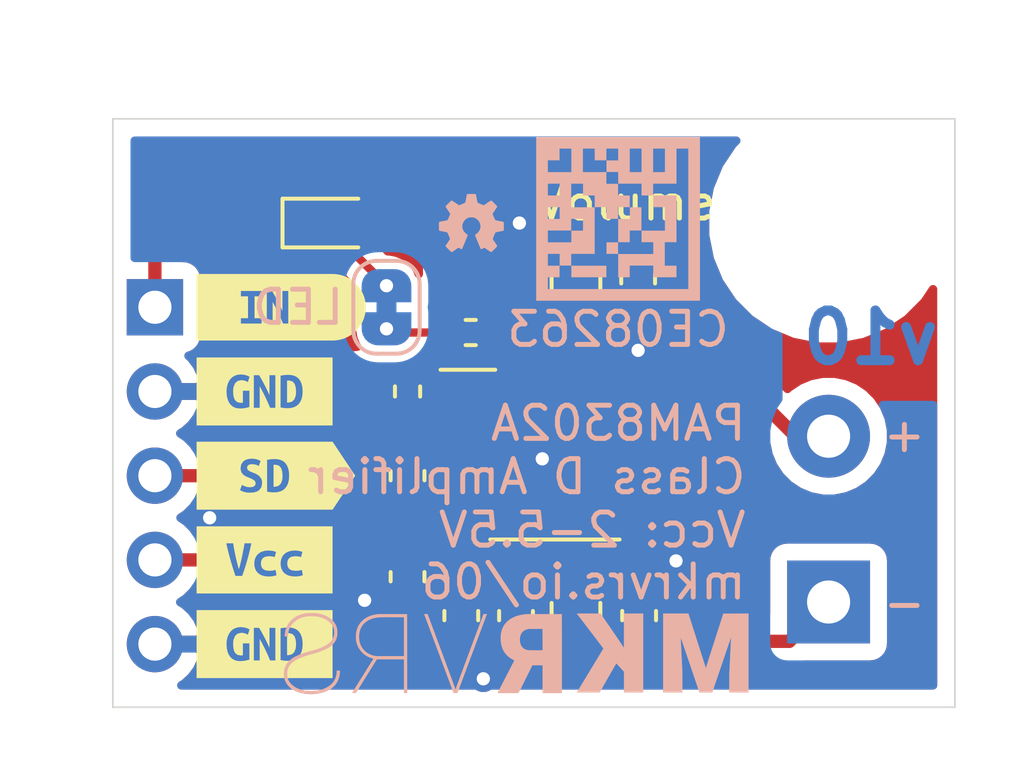
<source format=kicad_pcb>
(kicad_pcb (version 20211014) (generator pcbnew)
  (layers (0 "F.Cu" signal) (31 "B.Cu" signal) (34 "B.Paste" user) (35 "F.Paste" user) (36 "B.SilkS" user "B.Silkscreen") (37 "F.SilkS" user "F.Silkscreen") (38 "B.Mask" user) (39 "F.Mask" user) (44 "Edge.Cuts" user))
  (net 0 "")
  (net 1 "GND")
  (net 2 "VCC")
  (net 3 "Net-(C3-Pad1)")
  (net 4 "Net-(C4-Pad2)")
  (net 5 "Net-(C4-Pad1)")
  (net 6 "/\\SD")
  (net 7 "Net-(C6-Pad1)")
  (net 8 "Net-(C7-Pad2)")
  (net 9 "Net-(FB1-Pad2)")
  (net 10 "Net-(FB2-Pad2)")
  (net 12 "/IN")
  (net 13 "Net-(D1-Pad2)")
  (net 14 "Net-(JP1-Pad1)")
  (footprint "Resistor_SMD:R_0805_2012Metric" (layer "F.Cu") (at 24.765 -29.942 -90)
    (fp_text reference "FB2")
    (fp_text value "Ferrite_Bead")
    (pad "1" smd roundrect locked (at -0.9125 0 270) (size 1.025 1.4) (layers "F.Cu" "F.Paste" "F.Mask") (roundrect_rratio 0.2439014634) (net 8 "Net-(C7-Pad2)"))
    (pad "2" smd roundrect locked (at 0.9125 0 270) (size 1.025 1.4) (layers "F.Cu" "F.Paste" "F.Mask") (roundrect_rratio 0.2439014634) (net 10 "Net-(FB2-Pad2)"))
  )
  (footprint "Fiducial:Fiducial_1mm_Mask2mm" (layer "F.Cu") (at 29.845 -22.86)
    (fp_text reference "FID1")
    (fp_text value "Fiducial")
    (pad "" smd circle locked (at 0 0) (size 1 1) (layers "F.Cu" "F.Mask") (clearance 0.5))
  )
  (footprint "Capacitor_SMD:C_0603_1608Metric" (layer "F.Cu") (at 26.64 -30.069 90)
    (fp_text reference "C7")
    (fp_text value "1nF")
    (pad "1" smd roundrect locked (at -0.775 0 90) (size 0.9 0.95) (layers "F.Cu" "F.Paste" "F.Mask") (net 1 "GND"))
    (pad "2" smd roundrect locked (at 0.775 0 90) (size 0.9 0.95) (layers "F.Cu" "F.Paste" "F.Mask") (net 8 "Net-(C7-Pad2)"))
  )
  (footprint "Capacitor_SMD:C_0603_1608Metric" (layer "F.Cu") (at 26.67 -19.909 90)
    (fp_text reference "C6")
    (fp_text value "1nF")
    (pad "1" smd roundrect locked (at -0.775 0 90) (size 0.9 0.95) (layers "F.Cu" "F.Paste" "F.Mask") (net 7 "Net-(C6-Pad1)"))
    (pad "2" smd roundrect locked (at 0.775 0 90) (size 0.9 0.95) (layers "F.Cu" "F.Paste" "F.Mask") (net 1 "GND"))
  )
  (footprint "MountingHole:MountingHole_3.2mm_M3" (layer "F.Cu") (at 32.385 -31.75)
    (fp_text reference "H1")
    (fp_text value "MountingHole")
    (pad "" np_thru_hole circle locked (at 0 0) (size 3.2 3.2) (drill 3.2) (layers *.Cu *.Mask))
  )
  (footprint "Resistor_SMD:R_0805_2012Metric" (layer "F.Cu") (at 24.765 -20.066 90)
    (fp_text reference "FB1")
    (fp_text value "Ferrite_Bead")
    (pad "1" smd roundrect locked (at -0.9125 0 90) (size 1.025 1.4) (layers "F.Cu" "F.Paste" "F.Mask") (roundrect_rratio 0.2439014634) (net 7 "Net-(C6-Pad1)"))
    (pad "2" smd roundrect locked (at 0.9125 0 90) (size 1.025 1.4) (layers "F.Cu" "F.Paste" "F.Mask") (roundrect_rratio 0.2439014634) (net 9 "Net-(FB1-Pad2)"))
  )
  (footprint "Resistor_SMD:R_0402_1005Metric" (layer "F.Cu") (at 19.685 -26.67 -90)
    (fp_text reference "R1")
    (fp_text value "4k7")
    (pad "1" smd roundrect locked (at -0.51 0 270) (size 0.54 0.64) (layers "F.Cu" "F.Paste" "F.Mask") (net 6 "/\\SD"))
    (pad "2" smd roundrect locked (at 0.51 0 270) (size 0.54 0.64) (layers "F.Cu" "F.Paste" "F.Mask") (net 2 "VCC"))
  )
  (footprint "Capacitor_SMD:C_0603_1608Metric" (layer "F.Cu") (at 22.957 -19.909 -90)
    (fp_text reference "C1")
    (fp_text value "10uF")
    (pad "1" smd roundrect locked (at -0.775 0 270) (size 0.9 0.95) (layers "F.Cu" "F.Paste" "F.Mask") (net 2 "VCC"))
    (pad "2" smd roundrect locked (at 0.775 0 270) (size 0.9 0.95) (layers "F.Cu" "F.Paste" "F.Mask") (net 1 "GND"))
  )
  (footprint "Capacitor_SMD:C_0603_1608Metric" (layer "F.Cu") (at 21.306 -19.909 -90)
    (fp_text reference "C2")
    (fp_text value "1uF")
    (pad "1" smd roundrect locked (at -0.775 0 270) (size 0.9 0.95) (layers "F.Cu" "F.Paste" "F.Mask") (net 2 "VCC"))
    (pad "2" smd roundrect locked (at 0.775 0 270) (size 0.9 0.95) (layers "F.Cu" "F.Paste" "F.Mask") (net 1 "GND"))
  )
  (footprint "Package_SO:SOP-8_3.9x4.9mm_P1.27mm" (layer "F.Cu") (at 24.13 -24.765)
    (fp_text reference "U1")
    (fp_text value "PAM8302AAD")
    (pad "1" smd roundrect locked (at -2.625 -1.905) (size 1.65 0.6) (layers "F.Cu" "F.Paste" "F.Mask") (net 6 "/\\SD"))
    (pad "2" smd roundrect locked (at -2.625 -0.635) (size 1.65 0.6) (layers "F.Cu" "F.Paste" "F.Mask"))
    (pad "3" smd roundrect locked (at -2.625 0.635) (size 1.65 0.6) (layers "F.Cu" "F.Paste" "F.Mask") (net 3 "Net-(C3-Pad1)"))
    (pad "4" smd roundrect locked (at -2.625 1.905) (size 1.65 0.6) (layers "F.Cu" "F.Paste" "F.Mask") (net 5 "Net-(C4-Pad1)"))
    (pad "5" smd roundrect locked (at 2.625 1.905) (size 1.65 0.6) (layers "F.Cu" "F.Paste" "F.Mask") (net 9 "Net-(FB1-Pad2)"))
    (pad "6" smd roundrect locked (at 2.625 0.635) (size 1.65 0.6) (layers "F.Cu" "F.Paste" "F.Mask") (net 2 "VCC"))
    (pad "7" smd roundrect locked (at 2.625 -0.635) (size 1.65 0.6) (layers "F.Cu" "F.Paste" "F.Mask") (net 1 "GND"))
    (pad "8" smd roundrect locked (at 2.625 -1.905) (size 1.65 0.6) (layers "F.Cu" "F.Paste" "F.Mask") (net 10 "Net-(FB2-Pad2)"))
  )
  (footprint "Connector_PinHeader_2.54mm:PinHeader_1x05_P2.54mm_Vertical" (layer "F.Cu") (at 12.065 -29.21)
    (fp_text reference "J1")
    (fp_text value "Conn_01x05")
    (pad "1" thru_hole rect locked (at 0 0) (size 1.7 1.7) (drill 1) (layers *.Cu *.Mask) (net 12 "/IN"))
    (pad "2" thru_hole oval locked (at 0 2.54) (size 1.7 1.7) (drill 1) (layers *.Cu *.Mask) (net 1 "GND"))
    (pad "3" thru_hole oval locked (at 0 5.08) (size 1.7 1.7) (drill 1) (layers *.Cu *.Mask) (net 6 "/\\SD"))
    (pad "4" thru_hole oval locked (at 0 7.62) (size 1.7 1.7) (drill 1) (layers *.Cu *.Mask) (net 2 "VCC"))
    (pad "5" thru_hole oval locked (at 0 10.16) (size 1.7 1.7) (drill 1) (layers *.Cu *.Mask) (net 1 "GND"))
  )
  (footprint "TerminalBlock_MetzConnect:TerminalBlock_MetzConnect_Type055_RT01502HDWU_1x02_P5.00mm_Horizontal" (layer "F.Cu") (at 32.385 -20.32 90)
    (fp_text reference "J2")
    (fp_text value "Conn_01x02")
    (pad "1" thru_hole rect locked (at 0 0 90) (size 2.5 2.5) (drill 1.3) (layers *.Cu *.Mask) (net 7 "Net-(C6-Pad1)"))
    (pad "2" thru_hole circle locked (at 5 0 90) (size 2.5 2.5) (drill 1.3) (layers *.Cu *.Mask) (net 8 "Net-(C7-Pad2)"))
  )
  (footprint "lib:smdPot" (layer "F.Cu") (at 21.463 -31.75 180)
    (fp_text reference "RV1")
    (fp_text value "50k")
    (pad "1" smd rect locked (at -1 1.8 180) (size 1.2 1.2) (layers "F.Cu" "F.Paste" "F.Mask") (net 1 "GND"))
    (pad "2" smd rect locked (at 0 -1.45 180) (size 1.6 1.5) (layers "F.Cu" "F.Paste" "F.Mask") (net 4 "Net-(C4-Pad2)"))
    (pad "3" smd rect locked (at 1 1.8 180) (size 1.2 1.2) (layers "F.Cu" "F.Paste" "F.Mask") (net 12 "/IN"))
  )
  (footprint "label" (layer "F.Cu") (at 15.373019 -21.59)
    (fp_text reference "kibuzzard-61931308" hide)
    (fp_text value "G***" hide)
  )
  (footprint "label" (layer "F.Cu") (at 15.373019 -19.05)
    (fp_text reference "kibuzzard-6193131A" hide)
    (fp_text value "G***" hide)
  )
  (footprint "label" (layer "F.Cu") (at 15.714816 -24.13)
    (fp_text reference "kibuzzard-61931345" hide)
    (fp_text value "G***" hide)
  )
  (footprint "label" (layer "F.Cu") (at 15.875 -29.21)
    (fp_text reference "kibuzzard-61931355" hide)
    (fp_text value "G***" hide)
  )
  (footprint "Fiducial:Fiducial_1mm_Mask2mm" (layer "F.Cu") (at 14.097 -31.75)
    (fp_text reference "FID2")
    (fp_text value "Fiducial")
    (pad "" smd circle locked (at 0 0) (size 1 1) (layers "F.Cu" "F.Mask") (clearance 0.5))
  )
  (footprint "label" (layer "F.Cu") (at 15.373019 -26.67)
    (fp_text reference "kibuzzard-6193131A" hide)
    (fp_text value "G***" hide)
  )
  (footprint "Capacitor_SMD:C_0603_1608Metric" (layer "F.Cu") (at 19.685 -24.13 90)
    (fp_text reference "C4")
    (fp_text value "1uF")
    (pad "1" smd roundrect locked (at -0.775 0 90) (size 0.9 0.95) (layers "F.Cu" "F.Paste" "F.Mask") (net 5 "Net-(C4-Pad1)"))
    (pad "2" smd roundrect locked (at 0.775 0 90) (size 0.9 0.95) (layers "F.Cu" "F.Paste" "F.Mask") (net 4 "Net-(C4-Pad2)"))
  )
  (footprint "Capacitor_SMD:C_0603_1608Metric" (layer "F.Cu") (at 19.685 -21.082 -90)
    (fp_text reference "C3")
    (fp_text value "1uF")
    (pad "1" smd roundrect locked (at -0.775 0 270) (size 0.9 0.95) (layers "F.Cu" "F.Paste" "F.Mask") (net 3 "Net-(C3-Pad1)"))
    (pad "2" smd roundrect locked (at 0.775 0 270) (size 0.9 0.95) (layers "F.Cu" "F.Paste" "F.Mask") (net 1 "GND"))
  )
  (footprint "Resistor_SMD:R_0402_1005Metric" (layer "F.Cu") (at 21.59 -28.448 180)
    (fp_text reference "R2")
    (fp_text value "4k7")
    (pad "1" smd roundrect locked (at -0.51 0 180) (size 0.54 0.64) (layers "F.Cu" "F.Paste" "F.Mask") (net 2 "VCC"))
    (pad "2" smd roundrect locked (at 0.51 0 180) (size 0.54 0.64) (layers "F.Cu" "F.Paste" "F.Mask") (net 14 "Net-(JP1-Pad1)"))
  )
  (footprint "LED_SMD:LED_0603_1608Metric" (layer "F.Cu") (at 17.399 -31.75)
    (fp_text reference "D1")
    (fp_text value "LED")
    (pad "1" smd roundrect locked (at -0.7875 0) (size 0.875 0.95) (layers "F.Cu" "F.Paste" "F.Mask") (net 1 "GND"))
    (pad "2" smd roundrect locked (at 0.7875 0) (size 0.875 0.95) (layers "F.Cu" "F.Paste" "F.Mask") (net 13 "Net-(D1-Pad2)"))
  )
  (footprint "lib:ce08263" (layer "B.Cu") (at 26.035 -31.877 180)
    (fp_text reference "G2" hide)
    (fp_text value "Datamatrix" hide)
  )
  (footprint "CoreElectronics_Artwork:oshw" (layer "B.Cu") (at 21.617944 -31.742802 180)
    (fp_text reference "LOGO1" hide)
    (fp_text value "Logo_Open_Hardware_Small" hide)
  )
  (footprint "CoreElectronics_Components:SolderJumper-2_P1.3mm_Bridged_RoundedPad1.0x1.5mm" (layer "B.Cu") (at 19.05 -29.21 90)
    (fp_text reference "JP1")
    (fp_text value "SolderJumper_2_Bridged")
    (fp_poly (pts (xy 0.25 0.3) (xy -0.25 0.3) (xy -0.25 -0.3) (xy 0.25 -0.3)) (layer "B.Cu") (width 0) (fill solid))
    (pad "1" smd custom locked (at -0.65 0 90) (size 1 0.5) (layers "B.Cu" "B.Mask") (net 14 "Net-(JP1-Pad1)") (options (clearance outline) (anchor rect)) (primitives (gr_circle (center 0 -0.25) (end 0.5 -0.25) (width 0) (fill yes)) (gr_circle (center 0 0.25) (end 0.5 0.25) (width 0) (fill yes)) (gr_poly (pts (xy 0.5 0.75) (xy 0 0.75) (xy 0 -0.75) (xy 0.5 -0.75)) (width 0) (fill yes))))
    (pad "2" smd custom locked (at 0.65 0 90) (size 1 0.5) (layers "B.Cu" "B.Mask") (net 13 "Net-(D1-Pad2)") (options (clearance outline) (anchor rect)) (primitives (gr_circle (center 0 -0.25) (end 0.5 -0.25) (width 0) (fill yes)) (gr_circle (center 0 0.25) (end 0.5 0.25) (width 0) (fill yes)) (gr_poly (pts (xy 0 0.75) (xy -0.5 0.75) (xy -0.5 -0.75) (xy 0 -0.75)) (width 0) (fill yes))))
  )
  (footprint "CoreElectronics_Artwork:makerverse_logo_short_14.0x2.4mm" (layer "B.Cu") (at 22.96358 -18.766 180)
    (fp_text reference "G1" hide)
    (fp_text value "LOGO_Makerverse" hide)
  )
  (gr_line (start 36.195 -17.145) (end 36.195 -34.895) (layer "Edge.Cuts") (width 0.05))
  (gr_line (start 10.795 -17.145) (end 36.195 -17.145) (layer "Edge.Cuts") (width 0.05))
  (gr_line (start 10.795 -34.895) (end 10.795 -17.145) (layer "Edge.Cuts") (width 0.05))
  (gr_line (start 36.195 -34.895) (end 10.795 -34.895) (layer "Edge.Cuts") (width 0.05))
  (gr_text "v10" (at 33.655 -28.291) (layer "B.Cu") (effects (font (size 1.5 1.5) (thickness 0.3)) (justify mirror)))
  (gr_text "CE08263" (at 26.035 -28.545) (layer "B.SilkS") (effects (font (size 1 1)) (justify mirror)))
  (gr_text "PAM8302A\nClass D Amplifier\nVcc: 2-5.5V" (at 29.972 -24.1) (layer "B.SilkS") (effects (font (size 1 1)) (justify left mirror)))
  (gr_text "-" (at 34.671 -20.29) (layer "B.SilkS") (effects (font (size 1 1)) (justify mirror)))
  (gr_text "mkrvrs.io/06" (at 29.972 -20.925) (layer "B.SilkS") (effects (font (size 1 1)) (justify left mirror)))
  (gr_text "+" (at 34.671 -25.37) (layer "B.SilkS") (effects (font (size 1 1)) (justify mirror)))
  (gr_text "LED" (at 16.383 -29.21) (layer "B.SilkS") (effects (font (size 1 1)) (justify mirror)))
  (gr_text "Volume" (at 26.289 -32.355) (layer "F.SilkS") (effects (font (size 1 1))))
  (via (at 27.783 -21.56) (size 0.8) (drill 0.4) (layers "F.Cu" "B.Cu") (net 1))
  (via (at 23.0586 -31.75) (size 0.8) (drill 0.4) (layers "F.Cu" "B.Cu") (net 1))
  (via (at 23.749 -24.638) (size 0.8) (drill 0.4) (layers "F.Cu" "B.Cu") (net 1))
  (via (at 13.716 -22.86) (size 0.8) (drill 0.4) (layers "F.Cu" "B.Cu") (net 1))
  (via (at 21.971 -18.004) (size 0.8) (drill 0.4) (layers "F.Cu" "B.Cu") (net 1))
  (via (at 26.64 -27.91) (size 0.8) (drill 0.4) (layers "F.Cu" "B.Cu") (net 1))
  (via (at 18.3896 -20.3708) (size 0.8) (drill 0.4) (layers "F.Cu" "B.Cu") (net 1))
  (segment (start 22.63001 -26.333598) (end 22.63001 -27.91799) (width 0.2) (layer "F.Cu") (net 2))
  (segment (start 22.957 -21.319) (end 24.174 -22.536) (width 0.4) (layer "F.Cu") (net 2))
  (segment (start 26.048 -24.13) (end 26.755 -24.13) (width 0.4) (layer "F.Cu") (net 2))
  (segment (start 19.77501 -26.06999) (end 22.366402 -26.06999) (width 0.2) (layer "F.Cu") (net 2))
  (segment (start 22.366402 -26.06999) (end 22.63001 -26.333598) (width 0.2) (layer "F.Cu") (net 2))
  (segment (start 19.685 -26.16) (end 19.77501 -26.06999) (width 0.2) (layer "F.Cu") (net 2))
  (segment (start 24.454 -22.536) (end 26.048 -24.13) (width 0.4) (layer "F.Cu") (net 2))
  (segment (start 22.957 -20.684) (end 22.957 -21.319) (width 0.4) (layer "F.Cu") (net 2))
  (segment (start 24.454 -22.536) (end 24.174 -22.536) (width 0.4) (layer "F.Cu") (net 2))
  (segment (start 16.734 -19.05) (end 14.194 -21.59) (width 0.4) (layer "F.Cu") (net 2))
  (segment (start 17.653 -19.05) (end 16.734 -19.05) (width 0.4) (layer "F.Cu") (net 2))
  (segment (start 22.63001 -27.91799) (end 22.1 -28.448) (width 0.2) (layer "F.Cu") (net 2))
  (segment (start 17.145 -24.892) (end 17.145 -19.05) (width 0.4) (layer "F.Cu") (net 2))
  (segment (start 21.306 -20.684) (end 21.306 -20.544) (width 0.4) (layer "F.Cu") (net 2))
  (segment (start 17.145 -19.05) (end 17.653 -19.05) (width 0.4) (layer "F.Cu") (net 2))
  (segment (start 14.194 -21.59) (end 12.065 -21.59) (width 0.4) (layer "F.Cu") (net 2))
  (segment (start 18.413 -26.16) (end 17.145 -24.892) (width 0.4) (layer "F.Cu") (net 2))
  (segment (start 22.957 -20.684) (end 21.306 -20.684) (width 0.4) (layer "F.Cu") (net 2))
  (segment (start 19.812 -19.05) (end 17.653 -19.05) (width 0.4) (layer "F.Cu") (net 2))
  (segment (start 21.306 -20.544) (end 19.812 -19.05) (width 0.4) (layer "F.Cu") (net 2))
  (segment (start 19.685 -26.16) (end 18.413 -26.16) (width 0.4) (layer "F.Cu") (net 2))
  (segment (start 19.685 -21.857) (end 21.963412 -21.857) (width 0.2) (layer "F.Cu") (net 3))
  (segment (start 21.963412 -21.857) (end 22.63001 -22.523598) (width 0.2) (layer "F.Cu") (net 3))
  (segment (start 22.63001 -23.82999) (end 22.33 -24.13) (width 0.2) (layer "F.Cu") (net 3))
  (segment (start 22.63001 -22.523598) (end 22.63001 -23.82999) (width 0.2) (layer "F.Cu") (net 3))
  (segment (start 22.33 -24.13) (end 21.505 -24.13) (width 0.2) (layer "F.Cu") (net 3))
  (segment (start 22.38699 -24.79999) (end 19.79001 -24.79999) (width 0.2) (layer "F.Cu") (net 4))
  (segment (start 22.463 -30.3) (end 23.241 -29.522) (width 0.2) (layer "F.Cu") (net 4))
  (segment (start 21.463 -30.3) (end 22.463 -30.3) (width 0.2) (layer "F.Cu") (net 4))
  (segment (start 19.79001 -24.79999) (end 19.685 -24.905) (width 0.2) (layer "F.Cu") (net 4))
  (segment (start 23.241 -25.654) (end 22.38699 -24.79999) (width 0.2) (layer "F.Cu") (net 4))
  (segment (start 23.241 -29.522) (end 23.241 -25.654) (width 0.2) (layer "F.Cu") (net 4))
  (segment (start 21.505 -22.86) (end 20.18 -22.86) (width 0.4) (layer "F.Cu") (net 5))
  (segment (start 20.18 -22.86) (end 19.685 -23.355) (width 0.4) (layer "F.Cu") (net 5))
  (segment (start 19.937 -27.18) (end 19.685 -27.18) (width 0.4) (layer "F.Cu") (net 6))
  (segment (start 15.113 -24.13) (end 18.163 -27.18) (width 0.4) (layer "F.Cu") (net 6))
  (segment (start 20.447 -26.67) (end 19.937 -27.18) (width 0.4) (layer "F.Cu") (net 6))
  (segment (start 21.505 -26.67) (end 20.447 -26.67) (width 0.4) (layer "F.Cu") (net 6))
  (segment (start 18.163 -27.18) (end 19.685 -27.18) (width 0.4) (layer "F.Cu") (net 6))
  (segment (start 12.065 -24.13) (end 15.113 -24.13) (width 0.4) (layer "F.Cu") (net 6))
  (segment (start 26.4265 -19.1535) (end 26.67 -18.91) (width 0.4) (layer "F.Cu") (net 7))
  (segment (start 26.67 -19.134) (end 31.199 -19.134) (width 0.4) (layer "F.Cu") (net 7))
  (segment (start 24.765 -19.1535) (end 26.6505 -19.1535) (width 0.4) (layer "F.Cu") (net 7))
  (segment (start 31.199 -19.134) (end 32.385 -20.32) (width 0.4) (layer "F.Cu") (net 7))
  (segment (start 26.6505 -19.1535) (end 26.67 -19.134) (width 0.4) (layer "F.Cu") (net 7))
  (segment (start 27.656 -30.069) (end 27.656 -29.053) (width 0.4) (layer "F.Cu") (net 8))
  (segment (start 27.656 -29.053) (end 31.389 -25.32) (width 0.4) (layer "F.Cu") (net 8))
  (segment (start 31.389 -25.32) (end 32.385 -25.32) (width 0.4) (layer "F.Cu") (net 8))
  (segment (start 26.881 -30.844) (end 27.656 -30.069) (width 0.4) (layer "F.Cu") (net 8))
  (segment (start 24.765 -30.8545) (end 26.6295 -30.8545) (width 0.4) (layer "F.Cu") (net 8))
  (segment (start 32.211 -25.32) (end 32.385 -25.32) (width 0.4) (layer "F.Cu") (net 8))
  (segment (start 26.64 -30.844) (end 26.881 -30.844) (width 0.4) (layer "F.Cu") (net 8))
  (segment (start 26.6295 -30.8545) (end 26.64 -30.844) (width 0.4) (layer "F.Cu") (net 8))
  (segment (start 25.781 -22.86) (end 26.755 -22.86) (width 0.4) (layer "F.Cu") (net 9))
  (segment (start 24.765 -20.9785) (end 24.765 -21.844) (width 0.4) (layer "F.Cu") (net 9))
  (segment (start 24.765 -21.844) (end 25.781 -22.86) (width 0.4) (layer "F.Cu") (net 9))
  (segment (start 24.765 -27.626) (end 24.765 -29.0295) (width 0.4) (layer "F.Cu") (net 10))
  (segment (start 26.755 -26.67) (end 25.721 -26.67) (width 0.4) (layer "F.Cu") (net 10))
  (segment (start 25.721 -26.67) (end 24.765 -27.626) (width 0.4) (layer "F.Cu") (net 10))
  (segment (start 20.463 -33.55) (end 13.0395 -33.55) (width 0.4) (layer "F.Cu") (net 12))
  (segment (start 12.065 -32.5755) (end 12.66825 -33.17875) (width 0.4) (layer "F.Cu") (net 12))
  (segment (start 12.66825 -33.17875) (end 12.7855 -33.296) (width 0.4) (layer "F.Cu") (net 12))
  (segment (start 12.043 -29.232) (end 12.065 -29.21) (width 0.4) (layer "F.Cu") (net 12))
  (segment (start 12.065 -29.21) (end 12.065 -32.5755) (width 0.4) (layer "F.Cu") (net 12))
  (segment (start 13.0395 -33.55) (end 12.66825 -33.17875) (width 0.4) (layer "F.Cu") (net 12))
  (segment (start 18.1865 -30.7235) (end 19.05 -29.86) (width 0.25) (layer "F.Cu") (net 13))
  (segment (start 18.1865 -31.75) (end 18.1865 -30.7235) (width 0.25) (layer "F.Cu") (net 13))
  (via (at 19.05 -29.86) (size 0.8) (drill 0.4) (layers "F.Cu" "B.Cu") (net 13))
  (segment (start 19.162 -28.448) (end 19.05 -28.56) (width 0.25) (layer "F.Cu") (net 14))
  (segment (start 21.08 -28.448) (end 19.162 -28.448) (width 0.25) (layer "F.Cu") (net 14))
  (via (at 19.05 -28.56) (size 0.8) (drill 0.4) (layers "F.Cu" "B.Cu") (net 14))
  (zone (net 1) (net_name "GND") (layer "F.Cu") (connect_pads (clearance 0.508)) (min_thickness 0.254) (fill yes (thermal_gap 0.508) (thermal_bridge_width 0.508))
    (polygon (pts (xy 36.195 -17.145) (xy 10.795 -17.145) (xy 10.795 -34.895) (xy 36.195 -34.895)))
  )
  (zone (net 1) (net_name "GND") (layer "B.Cu") (connect_pads (clearance 0.508)) (min_thickness 0.254) (fill yes (thermal_gap 0.508) (thermal_bridge_width 0.508))
    (polygon (pts (xy 36.195 -17.145) (xy 10.795 -17.145) (xy 10.795 -34.895) (xy 36.195 -34.895)))
  )
)
</source>
